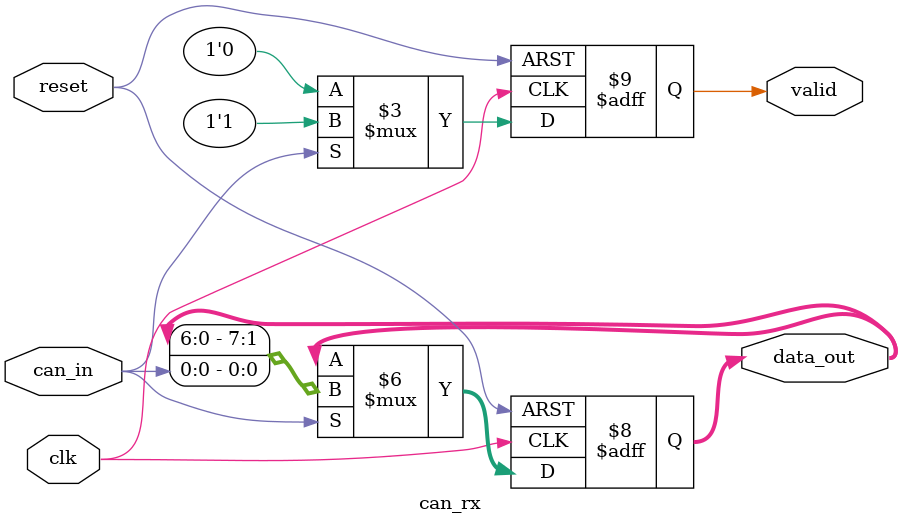
<source format=v>
module can_rx (
    input wire clk,
    input wire reset,
    input wire can_in,
    output reg [7:0] data_out,
    output reg valid
);
    // Receive logic
    always @(posedge clk or posedge reset) begin
        if (reset) begin
            data_out <= 8'b0;
            valid <= 0;
        end else if (can_in) begin
            data_out <= {data_out[6:0], can_in}; // Shift-in data
            valid <= 1;
        end else begin
            valid <= 0;
        end
    end
endmodule


</source>
